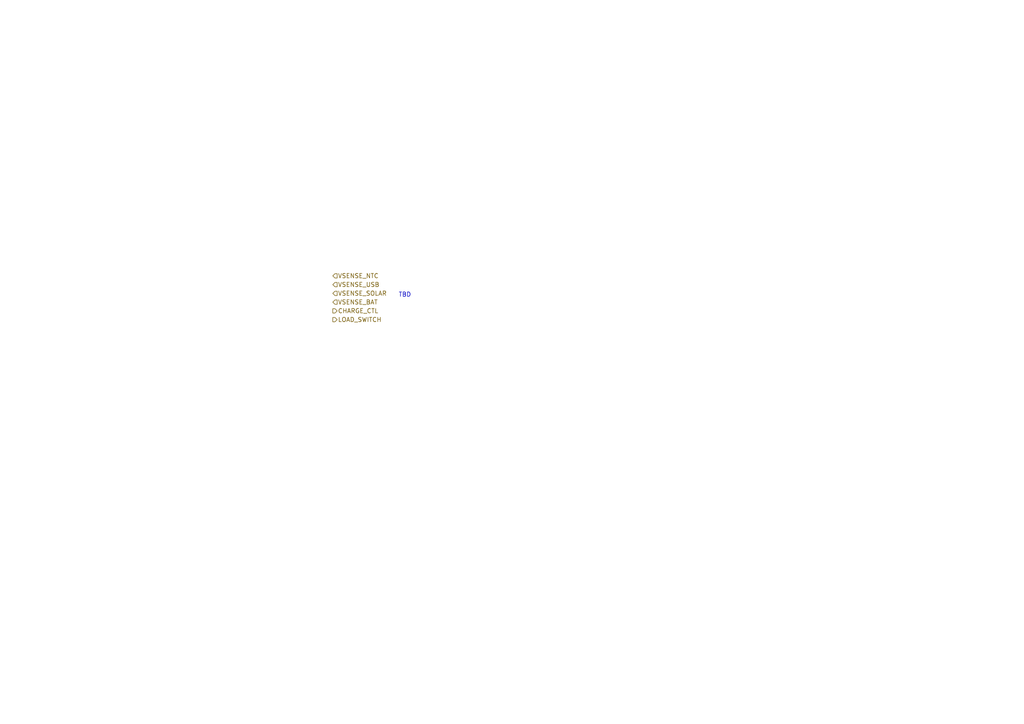
<source format=kicad_sch>
(kicad_sch (version 20211123) (generator eeschema)
  (paper "A4")
  (title_block (title "MCU") (date "2022-01-20") (rev "0.0.1"))
  (lib_symbols)
  (text "TBD" (at 115.57 86.36 0) (effects (font (size 1.27 1.27)) (justify left bottom)))
  (hierarchical_label "CHARGE_CTL" (shape output) (at 96.52 90.17 0))
  (hierarchical_label "VSENSE_SOLAR" (shape input) (at 96.52 85.09 0))
  (hierarchical_label "LOAD_SWITCH" (shape output) (at 96.52 92.71 0))
  (hierarchical_label "VSENSE_USB" (shape input) (at 96.52 82.55 0))
  (hierarchical_label "VSENSE_NTC" (shape input) (at 96.52 80.01 0))
  (hierarchical_label "VSENSE_BAT" (shape input) (at 96.52 87.63 0))
)
</source>
